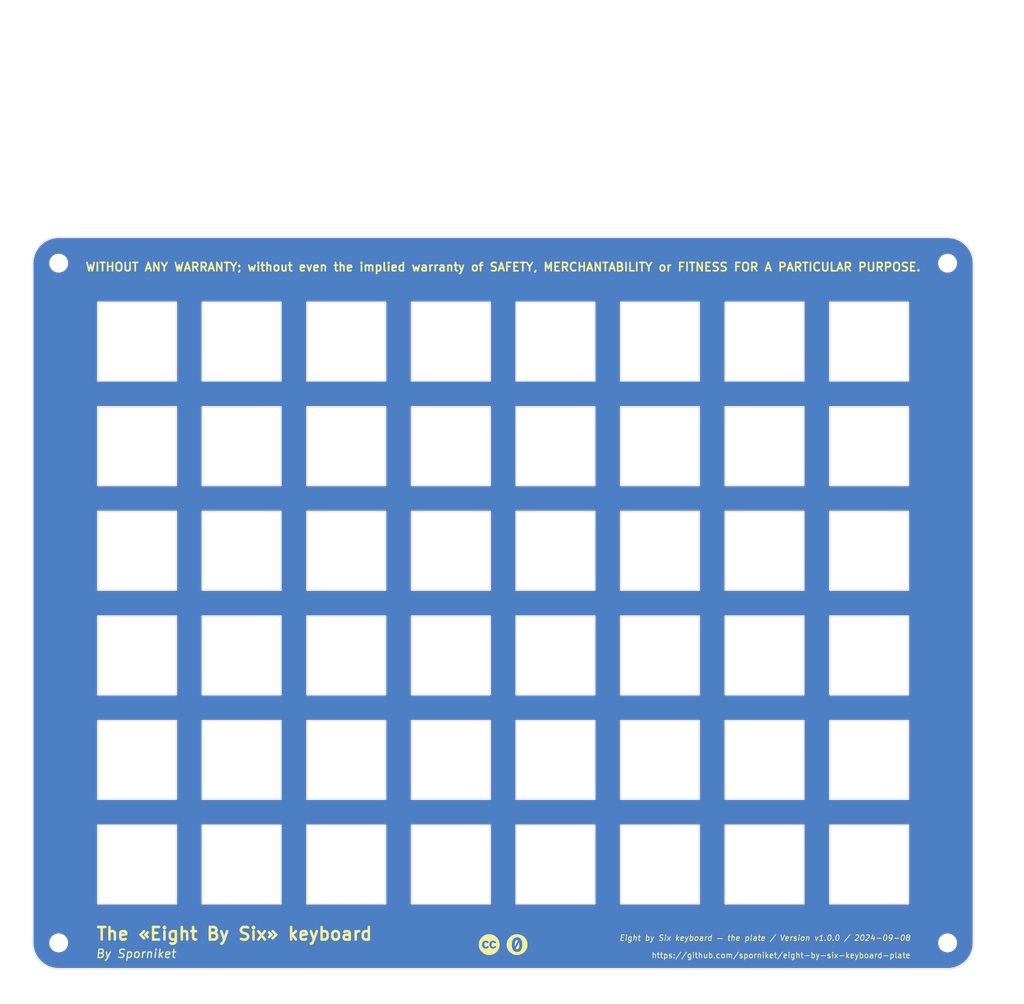
<source format=kicad_pcb>
(kicad_pcb (version 20221018) (generator pcbnew)
  (title_block (title "Eight by Six keyboard — the plate") (date "2024-09-08") (rev "v1.0.0") (company "Sporniket") (comment 1 "All dimensions are in mm. Tolerance depends on manufacturer.") (comment 3 "https://github.com/sporniket/eight-by-six-keyboard-plate") (comment 4 "Original repository :"))
  (layers (0 "F.Cu" signal) (31 "B.Cu" signal) (34 "B.Paste" user) (35 "F.Paste" user) (36 "B.SilkS" user "B.Silkscreen") (37 "F.SilkS" user "F.Silkscreen") (38 "B.Mask" user) (39 "F.Mask" user) (44 "Edge.Cuts" user))
  (net 0 "")
  (footprint "MountingHole:MountingHole_2.7mm_M2.5" (layer "F.Cu") (at 23.8125 242.8875)
    (fp_text reference "H2")
    (fp_text value "M2.5")
    (pad "" np_thru_hole circle (at 0 0) (size 2.7 2.7) (drill 2.7) (layers "*.Cu" "*.Mask"))
  )
  (footprint "MountingHole:MountingHole_2.7mm_M2.5" (layer "F.Cu") (at 185.7375 119.0625)
    (fp_text reference "H3")
    (fp_text value "M2.5")
    (pad "" np_thru_hole circle (at 0 0) (size 2.7 2.7) (drill 2.7) (layers "*.Cu" "*.Mask"))
  )
  (footprint "MountingHole:MountingHole_2.7mm_M2.5" (layer "F.Cu") (at 185.7375 242.8875)
    (fp_text reference "H4")
    (fp_text value "M2.5")
    (pad "" np_thru_hole circle (at 0 0) (size 2.7 2.7) (drill 2.7) (layers "*.Cu" "*.Mask"))
  )
  (footprint "cliparts:logo--cc--cc" (layer "F.Cu") (at 102.235 243.205)
    (fp_text reference "G***" hide)
    (fp_text value "LOGO" hide)
    (fp_poly (pts (xy 0.181573 -1.88911) (xy 0.356543 -1.871074) (xy 0.516513 -1.837606) (xy 0.67123 -1.78662) (xy 0.830442 -1.716032) (xy 0.843643 -1.709487) (xy 1.070063 -1.576968) (xy 1.272256 -1.418939) (xy 1.448851 -1.23807) (xy 1.59848 -1.037032) (xy 1.719773 -0.818495) (xy 1.81136 -0.585129) (xy 1.871872 -0.339604) (xy 1.899941 -0.084591) (xy 1.894196 0.177239) (xy 1.878437 0.308429) (xy 1.853943 0.448409) (xy 1.825086 0.566605) (xy 1.787398 0.677514) (xy 1.736411 0.795637) (xy 1.71349 0.843643) (xy 1.594377 1.04822) (xy 1.445139 1.238044) (xy 1.270073 1.409836) (xy 1.073479 1.560318) (xy 0.859654 1.686213) (xy 0.632895 1.784243) (xy 0.397503 1.85113) (xy 0.390465 1.852598) (xy 0.274583 1.870164) (xy 0.137355 1.881003) (xy -0.009239 1.885001) (xy -0.153222 1.882044) (xy -0.282615 1.872018) (xy -0.362857 1.859794) (xy -0.608774 1.792389) (xy -0.84152 1.692819) (xy -1.058442 1.563648) (xy -1.256888 1.407438) (xy -1.434207 1.226752) (xy -1.587745 1.024153) (xy -1.714851 0.802205) (xy -1.812872 0.563469) (xy -1.855612 0.417286) (xy -1.881501 0.273424) (xy -1.894726 0.10788) (xy -1.895294 -0.034735) (xy -1.3212 -0.034735) (xy -1.318302 0.081038) (xy -1.290796 0.243029) (xy -1.237057 0.381658) (xy -1.155967 0.499747) (xy -1.150236 0.506209) (xy -1.04068 0.601841) (xy -0.911682 0.669965) (xy -0.768744 0.709424) (xy -0.617371 0.719062) (xy -0.463063 0.697722) (xy -0.371906 0.669772) (xy -0.295824 0.634434) (xy -0.224288 0.584414) (xy -0.149678 0.515804) (xy -0.098676 0.46176) (xy -0.05957 0.414453) (xy -0.038389 0.381431) (xy -0.036285 0.373837) (xy -0.052325 0.350606) (xy -0.096884 0.318213) (xy -0.164235 0.280736) (xy -0.292185 0.216302) (xy -0.368342 0.299837) (xy -0.428999 0.357355) (xy -0.486889 0.390111) (xy -0.522838 0.400697) (xy -0.618426 0.407074) (xy -0.70938 0.386575) (xy -0.783917 0.342107) (xy -0.792298 0.334209) (xy -0.846678 0.256777) (xy -0.883244 0.157152) (xy -0.901671 0.044798) (xy -0.901658 -0.000564) (xy 0.021925 -0.000564) (xy 0.032819 0.147536) (xy 0.067865 0.289005) (xy 0.127017 0.417388) (xy 0.210228 0.526226) (xy 0.228506 0.543934) (xy 0.349757 0.631795) (xy 0.487782 0.69001) (xy 0.637194 0.717665) (xy 0.792606 0.713848) (xy 0.948631 0.677644) (xy 0.970666 0.669772) (xy 1.046747 0.634434) (xy 1.118283 0.584414) (xy 1.192893 0.515804) (xy 1.243904 0.46171) (xy 1.283013 0.414289) (xy 1.304188 0.381114) (xy 1.306286 0.37346) (xy 1.29179 0.351835) (xy 1.254093 0.323517) (xy 1.201883 0.292771) (xy 1.143849 0.263861) (xy 1.088679 0.241053) (xy 1.04506 0.22861) (xy 1.021681 0.230797) (xy 1.02029 0.23308) (xy 1.003623 0.261215) (xy 0.972063 0.302343) (xy 0.959106 0.317537) (xy 0.886365 0.374553) (xy 0.797859 0.403743) (xy 0.702027 0.404313) (xy 0.607307 0.375471) (xy 0.569508 0.354149) (xy 0.517338 0.300429) (xy 0.476897 0.220085) (xy 0.449855 0.121353) (xy 0.43788 0.012473) (xy 0.442643 -0.098318) (xy 0.460246 -0.18494) (xy 0.503984 -0.281315) (xy 0.567876 -0.351762) (xy 0.645923 -0.394996) (xy 0.732128 -0.409727) (xy 0.820491 -0.394669) (xy 0.905013 -0.348535) (xy 0.962346 -0.292681) (xy 1.016645 -0.226807) (xy 1.156522 -0.30268) (xy 1.219954 -0.338556) (xy 1.269762 -0.369494) (xy 1.298243 -0.390592) (xy 1.301968 -0.395261) (xy 1.293807 -0.420456) (xy 1.263689 -0.46093) (xy 1.218455 -0.509885) (xy 1.164944 -0.560519) (xy 1.109995 -0.606035) (xy 1.060447 -0.639631) (xy 1.0511 -0.644672) (xy 0.911788 -0.696839) (xy 0.763841 -0.719532) (xy 0.614253 -0.713716) (xy 0.470018 -0.680356) (xy 0.338131 -0.620416) (xy 0.225585 -0.534862) (xy 0.220802 -0.530141) (xy 0.134623 -0.420083) (xy 0.072781 -0.29083) (xy 0.035231 -0.148838) (xy 0.021925 -0.000564) (xy -0.901658 -0.000564) (xy -0.901636 -0.070823) (xy -0.882815 -0.180246) (xy -0.844886 -0.274009) (xy -0.814547 -0.31687) (xy -0.740947 -0.375776) (xy -0.655247 -0.404356) (xy -0.56465 -0.403011) (xy -0.476356 -0.372142) (xy -0.397567 -0.31215) (xy -0.380225 -0.292681) (xy -0.325926 -0.226807) (xy -0.186049 -0.30268) (xy -0.12248 -0.338813) (xy -0.072453 -0.370357) (xy -0.043729 -0.392287) (xy -0.039923 -0.397301) (xy -0.048117 -0.422599) (xy -0.078488 -0.462977) (xy -0.124195 -0.511726) (xy -0.178395 -0.562141) (xy -0.234249 -0.607514) (xy -0.284915 -0.641138) (xy -0.293064 -0.645479) (xy -0.421737 -0.692962) (xy -0.565556 -0.716327) (xy -0.713429 -0.715426) (xy -0.854269 -0.690113) (xy -0.950387 -0.654165) (xy -1.074292 -0.574791) (xy -1.175104 -0.469605) (xy -1.251046 -0.342163) (xy -1.300338 -0.196021) (xy -1.3212 -0.034735) (xy -1.895294 -0.034735) (xy -1.895423 -0.067078) (xy -1.88373 -0.239179) (xy -1.859785 -0.396155) (xy -1.845815 -0.455728) (xy -1.767541 -0.692448) (xy -1.662289 -0.910967) (xy -1.527044 -1.11655) (xy -1.358789 -1.31446) (xy -1.346304 -1.327531) (xy -1.160235 -1.500286) (xy -0.964759 -1.639929) (xy -0.75504 -1.749348) (xy -0.526241 -1.831427) (xy -0.480631 -1.844059) (xy -0.402317 -1.863556) (xy -0.332789 -1.877142) (xy -0.261944 -1.885903) (xy -0.17968 -1.890926) (xy -0.075895 -1.893297) (xy -0.018143 -1.893796) (xy 0.181573 -1.88911)) (stroke (width 0.01)) (fill solid) (layer "F.SilkS"))
  )
  (footprint "cliparts:logo--cc--zero" (layer "F.Cu") (at 107.315 243.205)
    (fp_text reference "G***" hide)
    (fp_text value "LOGO" hide)
    (fp_poly (pts (xy 0.057321 -0.830424) (xy 0.083463 -0.820686) (xy 0.117309 -0.780814) (xy 0.137478 -0.725549) (xy 0.137747 -0.680571) (xy 0.127503 -0.657424) (xy 0.102603 -0.607525) (xy 0.06567 -0.535781) (xy 0.019328 -0.447098) (xy -0.033802 -0.346382) (xy -0.091097 -0.238539) (xy -0.149934 -0.128475) (xy -0.20769 -0.021096) (xy -0.261742 0.07869) (xy -0.309468 0.165979) (xy -0.348245 0.235863) (xy -0.375451 0.283438) (xy -0.388462 0.303795) (xy -0.388486 0.30382) (xy -0.393459 0.290764) (xy -0.400181 0.249603) (xy -0.407406 0.188391) (xy -0.40931 0.169171) (xy -0.413139 0.092066) (xy -0.413075 -0.007241) (xy -0.409332 -0.114899) (xy -0.403675 -0.199571) (xy -0.382038 -0.376288) (xy -0.349163 -0.520517) (xy -0.304017 -0.634591) (xy -0.245569 -0.720841) (xy -0.172787 -0.781601) (xy -0.138177 -0.799862) (xy -0.070544 -0.82254) (xy -0.001027 -0.833136) (xy 0.057321 -0.830424)) (stroke (width 0.01)) (fill solid) (layer "F.SilkS"))
    (fp_poly (pts (xy 0.383764 -0.357274) (xy 0.393353 -0.321778) (xy 0.40108 -0.257806) (xy 0.406723 -0.173131) (xy 0.41006 -0.075525) (xy 0.410869 0.027239) (xy 0.408929 0.127388) (xy 0.404016 0.217149) (xy 0.401074 0.249312) (xy 0.3739 0.425253) (xy 0.333003 0.568124) (xy 0.278198 0.678521) (xy 0.261348 0.702372) (xy 0.190452 0.769059) (xy 0.101924 0.813267) (xy 0.00607 0.831874) (xy -0.086801 0.82176) (xy -0.108484 0.814324) (xy -0.177149 0.773742) (xy -0.212652 0.720491) (xy -0.217714 0.686685) (xy -0.209228 0.658752) (xy -0.185436 0.606283) (xy -0.14884 0.53362) (xy -0.101939 0.445101) (xy -0.047235 0.345066) (xy 0.012774 0.237856) (xy 0.075585 0.12781) (xy 0.138699 0.019269) (xy 0.199616 -0.083428) (xy 0.255834 -0.175941) (xy 0.304853 -0.253931) (xy 0.344174 -0.313056) (xy 0.371295 -0.348978) (xy 0.383716 -0.357356) (xy 0.383764 -0.357274)) (stroke (width 0.01)) (fill solid) (layer "F.SilkS"))
    (fp_poly (pts (xy 0.165523 -1.89717) (xy 0.419686 -1.859637) (xy 0.664181 -1.787833) (xy 0.896761 -1.682579) (xy 1.115182 -1.544698) (xy 1.304474 -1.38712) (xy 1.481837 -1.195152) (xy 1.631406 -0.981221) (xy 1.750897 -0.749165) (xy 1.838026 -0.502822) (xy 1.844128 -0.480359) (xy 1.863624 -0.401998) (xy 1.877214 -0.332288) (xy 1.885988 -0.26112) (xy 1.891036 -0.178383) (xy 1.893449 -0.073966) (xy 1.893958 -0.018143) (xy 1.893143 0.121119) (xy 1.888203 0.233522) (xy 1.878477 0.32833) (xy 1.8633 0.414805) (xy 1.862771 0.417286) (xy 1.792249 0.662677) (xy 1.689954 0.891356) (xy 1.557011 1.101922) (xy 1.394546 1.292972) (xy 1.203684 1.463102) (xy 0.985551 1.61091) (xy 0.843643 1.687511) (xy 0.704335 1.75318) (xy 0.582976 1.801925) (xy 0.469017 1.836271) (xy 0.351906 1.858744) (xy 0.221093 1.871867) (xy 0.066027 1.878168) (xy 0.045357 1.878584) (xy -0.057047 1.87988) (xy -0.149573 1.879943) (xy -0.22482 1.878851) (xy -0.275389 1.876683) (xy -0.290286 1.875007) (xy -0.554392 1.807678) (xy -0.795148 1.713832) (xy -1.015524 1.591928) (xy -1.218493 1.440426) (xy -1.333868 1.333968) (xy -1.511617 1.132692) (xy -1.657864 0.913606) (xy -1.77222 0.677378) (xy -1.84672 0.45378) (xy -1.865359 0.379667) (xy -1.878292 0.31352) (xy -1.886515 0.245572) (xy -1.891027 0.166054) (xy -1.892822 0.065197) (xy -1.892977 0.011949) (xy -0.962263 0.011949) (xy -0.952186 0.225626) (xy -0.922519 0.434426) (xy -0.872812 0.63303) (xy -0.802618 0.816122) (xy -0.796966 0.828134) (xy -0.702488 0.988993) (xy -0.587229 1.120459) (xy -0.45277 1.221717) (xy -0.300691 1.29195) (xy -0.132571 1.330343) (xy 0.050008 1.33608) (xy 0.163286 1.323908) (xy 0.326889 1.280535) (xy 0.476659 1.204962) (xy 0.609024 1.099792) (xy 0.720412 0.967631) (xy 0.774855 0.878033) (xy 0.844141 0.718825) (xy 0.897988 0.533618) (xy 0.935244 0.329766) (xy 0.954756 0.114625) (xy 0.955373 -0.104449) (xy 0.947333 -0.222973) (xy 0.912947 -0.464304) (xy 0.858093 -0.676541) (xy 0.782907 -0.859426) (xy 0.687524 -1.0127) (xy 0.57208 -1.136105) (xy 0.436711 -1.229384) (xy 0.411082 -1.242542) (xy 0.249752 -1.303406) (xy 0.082219 -1.333412) (xy -0.086049 -1.333434) (xy -0.249586 -1.304349) (xy -0.402924 -1.247033) (xy -0.540596 -1.16236) (xy -0.636437 -1.074798) (xy -0.734485 -0.943512) (xy -0.815634 -0.785201) (xy -0.879434 -0.605182) (xy -0.925439 -0.408773) (xy -0.953198 -0.20129) (xy -0.962263 0.011949) (xy -1.892977 0.011949) (xy -1.893012 0) (xy -1.892259 -0.115871) (xy -1.889329 -0.205279) (xy -1.883215 -0.278029) (xy -1.87291 -0.343923) (xy -1.857409 -0.412765) (xy -1.846226 -0.455728) (xy -1.765836 -0.697077) (xy -1.658279 -0.918824) (xy -1.520588 -1.126164) (xy -1.350311 -1.323756) (xy -1.159879 -1.500692) (xy -0.961487 -1.643312) (xy -0.751606 -1.753235) (xy -0.526709 -1.832081) (xy -0.283267 -1.88147) (xy -0.096062 -1.899611) (xy 0.165523 -1.89717)) (stroke (width 0.01)) (fill solid) (layer "F.SilkS"))
  )
  (footprint "MountingHole:MountingHole_2.7mm_M2.5" (layer "F.Cu") (at 23.8125 119.0625)
    (fp_text reference "H1")
    (fp_text value "M2.5")
    (pad "" np_thru_hole circle (at 0 0) (size 2.7 2.7) (drill 2.7) (layers "*.Cu" "*.Mask"))
  )
  (gr_line (start 19.05 119.0625) (end 19.05 242.8875) (stroke (width 0.1)) (layer "Edge.Cuts"))
  (gr_arc (start 185.7375 114.3) (mid 189.105096 115.694904) (end 190.5 119.0625) (stroke (width 0.1)) (layer "Edge.Cuts"))
  (gr_rect (start 88.138 221.488) (end 102.362 235.712) (stroke (width 0.1)) (fill none) (layer "Edge.Cuts"))
  (gr_rect (start 50.038 145.288) (end 64.262 159.512) (stroke (width 0.1)) (fill none) (layer "Edge.Cuts"))
  (gr_rect (start 145.288 202.438) (end 159.512 216.662) (stroke (width 0.1)) (fill none) (layer "Edge.Cuts"))
  (gr_rect (start 107.188 164.338) (end 121.412 178.562) (stroke (width 0.1)) (fill none) (layer "Edge.Cuts"))
  (gr_rect (start 50.038 183.388) (end 64.262 197.612) (stroke (width 0.1)) (fill none) (layer "Edge.Cuts"))
  (gr_rect (start 30.988 202.438) (end 45.212 216.662) (stroke (width 0.1)) (fill none) (layer "Edge.Cuts"))
  (gr_rect (start 126.238 126.238) (end 140.462 140.462) (stroke (width 0.1)) (fill none) (layer "Edge.Cuts"))
  (gr_rect (start 164.338 183.388) (end 178.562 197.612) (stroke (width 0.1)) (fill none) (layer "Edge.Cuts"))
  (gr_rect (start 145.288 183.388) (end 159.512 197.612) (stroke (width 0.1)) (fill none) (layer "Edge.Cuts"))
  (gr_rect (start 107.188 126.238) (end 121.412 140.462) (stroke (width 0.1)) (fill none) (layer "Edge.Cuts"))
  (gr_rect (start 88.138 164.338) (end 102.362 178.562) (stroke (width 0.1)) (fill none) (layer "Edge.Cuts"))
  (gr_rect (start 50.038 126.238) (end 64.262 140.462) (stroke (width 0.1)) (fill none) (layer "Edge.Cuts"))
  (gr_rect (start 164.338 164.338) (end 178.562 178.562) (stroke (width 0.1)) (fill none) (layer "Edge.Cuts"))
  (gr_line (start 190.5 242.8875) (end 190.5 119.0625) (stroke (width 0.1)) (layer "Edge.Cuts"))
  (gr_rect (start 126.238 202.438) (end 140.462 216.662) (stroke (width 0.1)) (fill none) (layer "Edge.Cuts"))
  (gr_arc (start 190.5 242.8875) (mid 189.105096 246.255096) (end 185.7375 247.65) (stroke (width 0.1)) (layer "Edge.Cuts"))
  (gr_rect (start 50.038 202.438) (end 64.262 216.662) (stroke (width 0.1)) (fill none) (layer "Edge.Cuts"))
  (gr_rect (start 126.238 145.288) (end 140.462 159.512) (stroke (width 0.1)) (fill none) (layer "Edge.Cuts"))
  (gr_rect (start 50.038 221.488) (end 64.262 235.712) (stroke (width 0.1)) (fill none) (layer "Edge.Cuts"))
  (gr_rect (start 126.238 164.338) (end 140.462 178.562) (stroke (width 0.1)) (fill none) (layer "Edge.Cuts"))
  (gr_rect (start 145.288 126.238) (end 159.512 140.462) (stroke (width 0.1)) (fill none) (layer "Edge.Cuts"))
  (gr_rect (start 88.138 126.238) (end 102.362 140.462) (stroke (width 0.1)) (fill none) (layer "Edge.Cuts"))
  (gr_rect (start 69.088 221.488) (end 83.312 235.712) (stroke (width 0.1)) (fill none) (layer "Edge.Cuts"))
  (gr_rect (start 107.188 202.438) (end 121.412 216.662) (stroke (width 0.1)) (fill none) (layer "Edge.Cuts"))
  (gr_rect (start 50.038 164.338) (end 64.262 178.562) (stroke (width 0.1)) (fill none) (layer "Edge.Cuts"))
  (gr_rect (start 164.338 126.238) (end 178.562 140.462) (stroke (width 0.1)) (fill none) (layer "Edge.Cuts"))
  (gr_rect (start 69.088 145.288) (end 83.312 159.512) (stroke (width 0.1)) (fill none) (layer "Edge.Cuts"))
  (gr_rect (start 107.188 145.288) (end 121.412 159.512) (stroke (width 0.1)) (fill none) (layer "Edge.Cuts"))
  (gr_rect (start 164.338 145.288) (end 178.562 159.512) (stroke (width 0.1)) (fill none) (layer "Edge.Cuts"))
  (gr_rect (start 88.138 145.288) (end 102.362 159.512) (stroke (width 0.1)) (fill none) (layer "Edge.Cuts"))
  (gr_rect (start 145.288 145.288) (end 159.512 159.512) (stroke (width 0.1)) (fill none) (layer "Edge.Cuts"))
  (gr_rect (start 145.288 164.338) (end 159.512 178.562) (stroke (width 0.1)) (fill none) (layer "Edge.Cuts"))
  (gr_rect (start 145.288 221.488) (end 159.512 235.712) (stroke (width 0.1)) (fill none) (layer "Edge.Cuts"))
  (gr_line (start 185.7375 114.3) (end 23.8125 114.3) (stroke (width 0.1)) (layer "Edge.Cuts"))
  (gr_rect (start 30.988 126.238) (end 45.212 140.462) (stroke (width 0.1)) (fill none) (layer "Edge.Cuts"))
  (gr_rect (start 69.088 126.238) (end 83.312 140.462) (stroke (width 0.1)) (fill none) (layer "Edge.Cuts"))
  (gr_rect (start 69.088 202.438) (end 83.312 216.662) (stroke (width 0.1)) (fill none) (layer "Edge.Cuts"))
  (gr_line (start 23.8125 247.65) (end 185.7375 247.65) (stroke (width 0.1)) (layer "Edge.Cuts"))
  (gr_rect (start 88.138 183.388) (end 102.362 197.612) (stroke (width 0.1)) (fill none) (layer "Edge.Cuts"))
  (gr_rect (start 69.088 183.388) (end 83.312 197.612) (stroke (width 0.1)) (fill none) (layer "Edge.Cuts"))
  (gr_rect (start 107.188 221.488) (end 121.412 235.712) (stroke (width 0.1)) (fill none) (layer "Edge.Cuts"))
  (gr_rect (start 164.338 221.488) (end 178.562 235.712) (stroke (width 0.1)) (fill none) (layer "Edge.Cuts"))
  (gr_rect (start 126.238 221.488) (end 140.462 235.712) (stroke (width 0.1)) (fill none) (layer "Edge.Cuts"))
  (gr_rect (start 164.338 202.438) (end 178.562 216.662) (stroke (width 0.1)) (fill none) (layer "Edge.Cuts"))
  (gr_rect (start 107.188 183.388) (end 121.412 197.612) (stroke (width 0.1)) (fill none) (layer "Edge.Cuts"))
  (gr_rect (start 69.088 164.338) (end 83.312 178.562) (stroke (width 0.1)) (fill none) (layer "Edge.Cuts"))
  (gr_rect (start 30.988 183.388) (end 45.212 197.612) (stroke (width 0.1)) (fill none) (layer "Edge.Cuts"))
  (gr_arc (start 19.05 119.0625) (mid 20.444904 115.694904) (end 23.8125 114.3) (stroke (width 0.1)) (layer "Edge.Cuts"))
  (gr_rect (start 88.138 202.438) (end 102.362 216.662) (stroke (width 0.1)) (fill none) (layer "Edge.Cuts"))
  (gr_rect (start 126.238 183.388) (end 140.462 197.612) (stroke (width 0.1)) (fill none) (layer "Edge.Cuts"))
  (gr_arc (start 23.8125 247.65) (mid 20.444904 246.255096) (end 19.05 242.8875) (stroke (width 0.1)) (layer "Edge.Cuts"))
  (gr_rect (start 30.988 221.488) (end 45.212 235.712) (stroke (width 0.1)) (fill none) (layer "Edge.Cuts"))
  (gr_rect (start 30.988 145.288) (end 45.212 159.512) (stroke (width 0.1)) (fill none) (layer "Edge.Cuts"))
  (gr_rect (start 30.988 164.338) (end 45.212 178.562) (stroke (width 0.1)) (fill none) (layer "Edge.Cuts"))
  (gr_text "${COMMENT3}" (at 179.07 245.745) (layer "F.SilkS") (effects (font (size 1.016 1.016) (thickness 0.1524)) (justify right bottom)))
  (gr_text "WITHOUT ANY WARRANTY; without even the implied warranty of SAFETY, MERCHANTABILITY or FITNESS FOR A PARTICULAR PURPOSE." (at 104.775 120.65) (layer "F.SilkS") (effects (font (size 1.524 1.524) (thickness 0.3048) bold) (justify bottom)))
  (gr_text "By ${COMPANY}" (at 30.48 245.745) (layer "F.SilkS") (effects (font (size 1.524 1.524) (thickness 0.2286) italic) (justify left bottom)))
  (gr_text "${TITLE} / Version ${REVISION} / ${ISSUE_DATE}" (at 179.07 242.57) (layer "F.SilkS") (effects (font (size 1.016 1.016) (thickness 0.1524) italic) (justify right bottom)))
  (gr_text "The «Eight By Six» keyboard" (at 30.48 242.57) (layer "F.SilkS") (effects (font (size 2.286 2.286) (thickness 0.4572) bold) (justify left bottom)))
  (zone (net 0) (net_name "") (layers "F&B.Cu") (connect_pads (clearance 0.5)) (min_thickness 0.25) (fill yes (thermal_gap 0.5) (thermal_bridge_width 0.5))
    (polygon (pts (xy 15.24 71.12) (xy 193.04 71.12) (xy 193.04 254) (xy 15.24 254)))
  )
)
</source>
